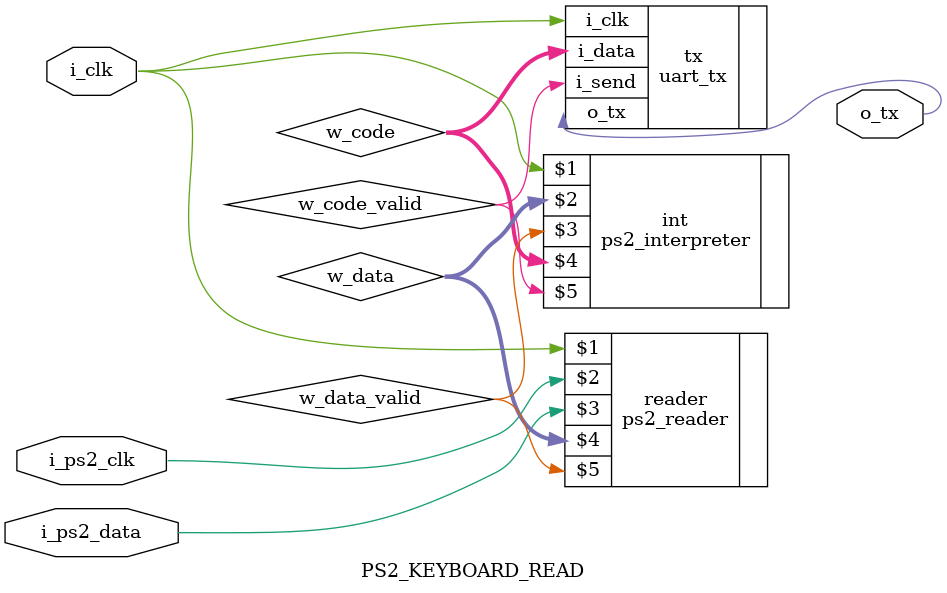
<source format=v>
module PS2_KEYBOARD_READ (
	input i_clk,
	input i_ps2_clk,
	input i_ps2_data,
	output o_tx
);
 wire [7:0] w_data;
 wire [7:0] w_code;
 wire w_data_valid;
 wire w_code_valid;

	ps2_reader reader (i_clk, i_ps2_clk, i_ps2_data, w_data, w_data_valid);
	ps2_interpreter int (i_clk, w_data, w_data_valid, w_code, w_code_valid);
	uart_tx tx (.i_clk(i_clk), .i_data(w_code), .i_send(w_code_valid), .o_tx(o_tx));
	

	
endmodule
</source>
